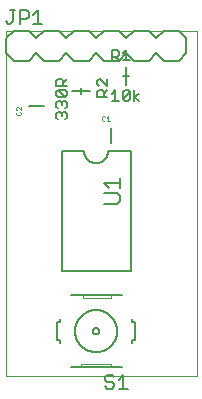
<source format=gto>
G75*
%MOIN*%
%OFA0B0*%
%FSLAX25Y25*%
%IPPOS*%
%LPD*%
%AMOC8*
5,1,8,0,0,1.08239X$1,22.5*
%
%ADD10C,0.00000*%
%ADD11C,0.00800*%
%ADD12C,0.00100*%
%ADD13C,0.00500*%
%ADD14C,0.00600*%
%ADD15C,0.00200*%
D10*
X0003300Y0007167D02*
X0003300Y0122127D01*
X0067001Y0122127D01*
X0067001Y0007167D01*
X0003300Y0007167D01*
D11*
X0038300Y0084667D02*
X0038300Y0089667D01*
X0031300Y0102167D02*
X0028300Y0102167D01*
X0028300Y0103167D01*
X0028300Y0102167D02*
X0028300Y0101167D01*
X0028300Y0102167D02*
X0025300Y0102167D01*
X0025800Y0112167D02*
X0023300Y0114667D01*
X0020800Y0112167D01*
X0015800Y0112167D01*
X0013300Y0114667D01*
X0010800Y0112167D01*
X0005800Y0112167D01*
X0003300Y0114667D01*
X0003300Y0119667D01*
X0005800Y0122167D01*
X0010800Y0122167D01*
X0013300Y0119667D01*
X0015800Y0122167D01*
X0020800Y0122167D01*
X0023300Y0119667D01*
X0025800Y0122167D01*
X0030800Y0122167D01*
X0033300Y0119667D01*
X0035800Y0122167D01*
X0040800Y0122167D01*
X0043300Y0119667D01*
X0045800Y0122167D01*
X0050800Y0122167D01*
X0053300Y0119667D01*
X0055800Y0122167D01*
X0060800Y0122167D01*
X0063300Y0119667D01*
X0063300Y0114667D01*
X0060800Y0112167D01*
X0055800Y0112167D01*
X0053300Y0114667D01*
X0050800Y0112167D01*
X0045800Y0112167D01*
X0043300Y0114667D01*
X0040800Y0112167D01*
X0035800Y0112167D01*
X0033300Y0114667D01*
X0030800Y0112167D01*
X0025800Y0112167D01*
X0015800Y0097167D02*
X0010800Y0097167D01*
X0042300Y0107167D02*
X0043300Y0107167D01*
X0044300Y0107167D01*
X0043300Y0107167D02*
X0043300Y0110167D01*
X0043300Y0107167D02*
X0043300Y0104167D01*
D12*
X0037324Y0093718D02*
X0037324Y0092217D01*
X0037824Y0092217D02*
X0036823Y0092217D01*
X0036351Y0092467D02*
X0036101Y0092217D01*
X0035600Y0092217D01*
X0035350Y0092467D01*
X0035350Y0093468D01*
X0035600Y0093718D01*
X0036101Y0093718D01*
X0036351Y0093468D01*
X0036823Y0093218D02*
X0037324Y0093718D01*
X0008250Y0094467D02*
X0008250Y0094967D01*
X0008000Y0095218D01*
X0008250Y0095690D02*
X0007249Y0096691D01*
X0006999Y0096691D01*
X0006749Y0096441D01*
X0006749Y0095940D01*
X0006999Y0095690D01*
X0006999Y0095218D02*
X0006749Y0094967D01*
X0006749Y0094467D01*
X0006999Y0094217D01*
X0008000Y0094217D01*
X0008250Y0094467D01*
X0008250Y0095690D02*
X0008250Y0096691D01*
D13*
X0007854Y0124617D02*
X0007854Y0129120D01*
X0010106Y0129120D01*
X0010856Y0128370D01*
X0010856Y0126869D01*
X0010106Y0126118D01*
X0007854Y0126118D01*
X0006253Y0129120D02*
X0004751Y0129120D01*
X0005502Y0129120D02*
X0005502Y0125367D01*
X0004751Y0124617D01*
X0004001Y0124617D01*
X0003250Y0125367D01*
X0012458Y0124617D02*
X0015460Y0124617D01*
X0013959Y0124617D02*
X0013959Y0129120D01*
X0012458Y0127619D01*
X0036046Y0071462D02*
X0041150Y0071462D01*
X0041150Y0073163D02*
X0041150Y0069760D01*
X0040299Y0068007D02*
X0036046Y0068007D01*
X0037747Y0069760D02*
X0036046Y0071462D01*
X0040299Y0068007D02*
X0041150Y0067156D01*
X0041150Y0065455D01*
X0040299Y0064604D01*
X0036046Y0064604D01*
X0037093Y0007420D02*
X0036342Y0006670D01*
X0036342Y0005919D01*
X0037093Y0005169D01*
X0038594Y0005169D01*
X0039345Y0004418D01*
X0039345Y0003667D01*
X0038594Y0002917D01*
X0037093Y0002917D01*
X0036342Y0003667D01*
X0037093Y0007420D02*
X0038594Y0007420D01*
X0039345Y0006670D01*
X0040946Y0005919D02*
X0042447Y0007420D01*
X0042447Y0002917D01*
X0040946Y0002917D02*
X0043949Y0002917D01*
D14*
X0041800Y0010167D02*
X0038300Y0010167D01*
X0028300Y0010167D01*
X0024800Y0010167D01*
X0021300Y0018167D02*
X0021300Y0019167D01*
X0020300Y0019167D01*
X0020300Y0025167D01*
X0021300Y0025167D01*
X0021300Y0026167D01*
X0024800Y0034167D02*
X0028800Y0034167D01*
X0038300Y0034167D01*
X0041800Y0034167D01*
X0044800Y0042167D02*
X0021800Y0042167D01*
X0021800Y0082167D01*
X0029300Y0082167D01*
X0029302Y0082041D01*
X0029308Y0081916D01*
X0029318Y0081791D01*
X0029332Y0081666D01*
X0029349Y0081541D01*
X0029371Y0081417D01*
X0029396Y0081294D01*
X0029426Y0081172D01*
X0029459Y0081051D01*
X0029496Y0080931D01*
X0029536Y0080812D01*
X0029581Y0080695D01*
X0029629Y0080578D01*
X0029681Y0080464D01*
X0029736Y0080351D01*
X0029795Y0080240D01*
X0029857Y0080131D01*
X0029923Y0080024D01*
X0029992Y0079919D01*
X0030064Y0079816D01*
X0030139Y0079715D01*
X0030218Y0079617D01*
X0030300Y0079522D01*
X0030384Y0079429D01*
X0030472Y0079339D01*
X0030562Y0079251D01*
X0030655Y0079167D01*
X0030750Y0079085D01*
X0030848Y0079006D01*
X0030949Y0078931D01*
X0031052Y0078859D01*
X0031157Y0078790D01*
X0031264Y0078724D01*
X0031373Y0078662D01*
X0031484Y0078603D01*
X0031597Y0078548D01*
X0031711Y0078496D01*
X0031828Y0078448D01*
X0031945Y0078403D01*
X0032064Y0078363D01*
X0032184Y0078326D01*
X0032305Y0078293D01*
X0032427Y0078263D01*
X0032550Y0078238D01*
X0032674Y0078216D01*
X0032799Y0078199D01*
X0032924Y0078185D01*
X0033049Y0078175D01*
X0033174Y0078169D01*
X0033300Y0078167D01*
X0033426Y0078169D01*
X0033551Y0078175D01*
X0033676Y0078185D01*
X0033801Y0078199D01*
X0033926Y0078216D01*
X0034050Y0078238D01*
X0034173Y0078263D01*
X0034295Y0078293D01*
X0034416Y0078326D01*
X0034536Y0078363D01*
X0034655Y0078403D01*
X0034772Y0078448D01*
X0034889Y0078496D01*
X0035003Y0078548D01*
X0035116Y0078603D01*
X0035227Y0078662D01*
X0035336Y0078724D01*
X0035443Y0078790D01*
X0035548Y0078859D01*
X0035651Y0078931D01*
X0035752Y0079006D01*
X0035850Y0079085D01*
X0035945Y0079167D01*
X0036038Y0079251D01*
X0036128Y0079339D01*
X0036216Y0079429D01*
X0036300Y0079522D01*
X0036382Y0079617D01*
X0036461Y0079715D01*
X0036536Y0079816D01*
X0036608Y0079919D01*
X0036677Y0080024D01*
X0036743Y0080131D01*
X0036805Y0080240D01*
X0036864Y0080351D01*
X0036919Y0080464D01*
X0036971Y0080578D01*
X0037019Y0080695D01*
X0037064Y0080812D01*
X0037104Y0080931D01*
X0037141Y0081051D01*
X0037174Y0081172D01*
X0037204Y0081294D01*
X0037229Y0081417D01*
X0037251Y0081541D01*
X0037268Y0081666D01*
X0037282Y0081791D01*
X0037292Y0081916D01*
X0037298Y0082041D01*
X0037300Y0082167D01*
X0044800Y0082167D01*
X0044800Y0042167D01*
X0045300Y0026167D02*
X0045300Y0025167D01*
X0046300Y0025167D01*
X0046300Y0019167D01*
X0045300Y0019167D01*
X0045300Y0018167D01*
X0032300Y0022167D02*
X0032302Y0022230D01*
X0032308Y0022292D01*
X0032318Y0022354D01*
X0032331Y0022416D01*
X0032349Y0022476D01*
X0032370Y0022535D01*
X0032395Y0022593D01*
X0032424Y0022649D01*
X0032456Y0022703D01*
X0032491Y0022755D01*
X0032529Y0022804D01*
X0032571Y0022852D01*
X0032615Y0022896D01*
X0032663Y0022938D01*
X0032712Y0022976D01*
X0032764Y0023011D01*
X0032818Y0023043D01*
X0032874Y0023072D01*
X0032932Y0023097D01*
X0032991Y0023118D01*
X0033051Y0023136D01*
X0033113Y0023149D01*
X0033175Y0023159D01*
X0033237Y0023165D01*
X0033300Y0023167D01*
X0033363Y0023165D01*
X0033425Y0023159D01*
X0033487Y0023149D01*
X0033549Y0023136D01*
X0033609Y0023118D01*
X0033668Y0023097D01*
X0033726Y0023072D01*
X0033782Y0023043D01*
X0033836Y0023011D01*
X0033888Y0022976D01*
X0033937Y0022938D01*
X0033985Y0022896D01*
X0034029Y0022852D01*
X0034071Y0022804D01*
X0034109Y0022755D01*
X0034144Y0022703D01*
X0034176Y0022649D01*
X0034205Y0022593D01*
X0034230Y0022535D01*
X0034251Y0022476D01*
X0034269Y0022416D01*
X0034282Y0022354D01*
X0034292Y0022292D01*
X0034298Y0022230D01*
X0034300Y0022167D01*
X0034298Y0022104D01*
X0034292Y0022042D01*
X0034282Y0021980D01*
X0034269Y0021918D01*
X0034251Y0021858D01*
X0034230Y0021799D01*
X0034205Y0021741D01*
X0034176Y0021685D01*
X0034144Y0021631D01*
X0034109Y0021579D01*
X0034071Y0021530D01*
X0034029Y0021482D01*
X0033985Y0021438D01*
X0033937Y0021396D01*
X0033888Y0021358D01*
X0033836Y0021323D01*
X0033782Y0021291D01*
X0033726Y0021262D01*
X0033668Y0021237D01*
X0033609Y0021216D01*
X0033549Y0021198D01*
X0033487Y0021185D01*
X0033425Y0021175D01*
X0033363Y0021169D01*
X0033300Y0021167D01*
X0033237Y0021169D01*
X0033175Y0021175D01*
X0033113Y0021185D01*
X0033051Y0021198D01*
X0032991Y0021216D01*
X0032932Y0021237D01*
X0032874Y0021262D01*
X0032818Y0021291D01*
X0032764Y0021323D01*
X0032712Y0021358D01*
X0032663Y0021396D01*
X0032615Y0021438D01*
X0032571Y0021482D01*
X0032529Y0021530D01*
X0032491Y0021579D01*
X0032456Y0021631D01*
X0032424Y0021685D01*
X0032395Y0021741D01*
X0032370Y0021799D01*
X0032349Y0021858D01*
X0032331Y0021918D01*
X0032318Y0021980D01*
X0032308Y0022042D01*
X0032302Y0022104D01*
X0032300Y0022167D01*
X0026300Y0022167D02*
X0026302Y0022339D01*
X0026308Y0022510D01*
X0026319Y0022682D01*
X0026334Y0022853D01*
X0026353Y0023024D01*
X0026376Y0023194D01*
X0026403Y0023364D01*
X0026435Y0023533D01*
X0026470Y0023701D01*
X0026510Y0023868D01*
X0026554Y0024034D01*
X0026601Y0024199D01*
X0026653Y0024363D01*
X0026709Y0024525D01*
X0026769Y0024686D01*
X0026833Y0024846D01*
X0026901Y0025004D01*
X0026972Y0025160D01*
X0027047Y0025314D01*
X0027127Y0025467D01*
X0027209Y0025617D01*
X0027296Y0025766D01*
X0027386Y0025912D01*
X0027480Y0026056D01*
X0027577Y0026198D01*
X0027678Y0026337D01*
X0027782Y0026474D01*
X0027889Y0026608D01*
X0028000Y0026739D01*
X0028113Y0026868D01*
X0028230Y0026994D01*
X0028350Y0027117D01*
X0028473Y0027237D01*
X0028599Y0027354D01*
X0028728Y0027467D01*
X0028859Y0027578D01*
X0028993Y0027685D01*
X0029130Y0027789D01*
X0029269Y0027890D01*
X0029411Y0027987D01*
X0029555Y0028081D01*
X0029701Y0028171D01*
X0029850Y0028258D01*
X0030000Y0028340D01*
X0030153Y0028420D01*
X0030307Y0028495D01*
X0030463Y0028566D01*
X0030621Y0028634D01*
X0030781Y0028698D01*
X0030942Y0028758D01*
X0031104Y0028814D01*
X0031268Y0028866D01*
X0031433Y0028913D01*
X0031599Y0028957D01*
X0031766Y0028997D01*
X0031934Y0029032D01*
X0032103Y0029064D01*
X0032273Y0029091D01*
X0032443Y0029114D01*
X0032614Y0029133D01*
X0032785Y0029148D01*
X0032957Y0029159D01*
X0033128Y0029165D01*
X0033300Y0029167D01*
X0033472Y0029165D01*
X0033643Y0029159D01*
X0033815Y0029148D01*
X0033986Y0029133D01*
X0034157Y0029114D01*
X0034327Y0029091D01*
X0034497Y0029064D01*
X0034666Y0029032D01*
X0034834Y0028997D01*
X0035001Y0028957D01*
X0035167Y0028913D01*
X0035332Y0028866D01*
X0035496Y0028814D01*
X0035658Y0028758D01*
X0035819Y0028698D01*
X0035979Y0028634D01*
X0036137Y0028566D01*
X0036293Y0028495D01*
X0036447Y0028420D01*
X0036600Y0028340D01*
X0036750Y0028258D01*
X0036899Y0028171D01*
X0037045Y0028081D01*
X0037189Y0027987D01*
X0037331Y0027890D01*
X0037470Y0027789D01*
X0037607Y0027685D01*
X0037741Y0027578D01*
X0037872Y0027467D01*
X0038001Y0027354D01*
X0038127Y0027237D01*
X0038250Y0027117D01*
X0038370Y0026994D01*
X0038487Y0026868D01*
X0038600Y0026739D01*
X0038711Y0026608D01*
X0038818Y0026474D01*
X0038922Y0026337D01*
X0039023Y0026198D01*
X0039120Y0026056D01*
X0039214Y0025912D01*
X0039304Y0025766D01*
X0039391Y0025617D01*
X0039473Y0025467D01*
X0039553Y0025314D01*
X0039628Y0025160D01*
X0039699Y0025004D01*
X0039767Y0024846D01*
X0039831Y0024686D01*
X0039891Y0024525D01*
X0039947Y0024363D01*
X0039999Y0024199D01*
X0040046Y0024034D01*
X0040090Y0023868D01*
X0040130Y0023701D01*
X0040165Y0023533D01*
X0040197Y0023364D01*
X0040224Y0023194D01*
X0040247Y0023024D01*
X0040266Y0022853D01*
X0040281Y0022682D01*
X0040292Y0022510D01*
X0040298Y0022339D01*
X0040300Y0022167D01*
X0040298Y0021995D01*
X0040292Y0021824D01*
X0040281Y0021652D01*
X0040266Y0021481D01*
X0040247Y0021310D01*
X0040224Y0021140D01*
X0040197Y0020970D01*
X0040165Y0020801D01*
X0040130Y0020633D01*
X0040090Y0020466D01*
X0040046Y0020300D01*
X0039999Y0020135D01*
X0039947Y0019971D01*
X0039891Y0019809D01*
X0039831Y0019648D01*
X0039767Y0019488D01*
X0039699Y0019330D01*
X0039628Y0019174D01*
X0039553Y0019020D01*
X0039473Y0018867D01*
X0039391Y0018717D01*
X0039304Y0018568D01*
X0039214Y0018422D01*
X0039120Y0018278D01*
X0039023Y0018136D01*
X0038922Y0017997D01*
X0038818Y0017860D01*
X0038711Y0017726D01*
X0038600Y0017595D01*
X0038487Y0017466D01*
X0038370Y0017340D01*
X0038250Y0017217D01*
X0038127Y0017097D01*
X0038001Y0016980D01*
X0037872Y0016867D01*
X0037741Y0016756D01*
X0037607Y0016649D01*
X0037470Y0016545D01*
X0037331Y0016444D01*
X0037189Y0016347D01*
X0037045Y0016253D01*
X0036899Y0016163D01*
X0036750Y0016076D01*
X0036600Y0015994D01*
X0036447Y0015914D01*
X0036293Y0015839D01*
X0036137Y0015768D01*
X0035979Y0015700D01*
X0035819Y0015636D01*
X0035658Y0015576D01*
X0035496Y0015520D01*
X0035332Y0015468D01*
X0035167Y0015421D01*
X0035001Y0015377D01*
X0034834Y0015337D01*
X0034666Y0015302D01*
X0034497Y0015270D01*
X0034327Y0015243D01*
X0034157Y0015220D01*
X0033986Y0015201D01*
X0033815Y0015186D01*
X0033643Y0015175D01*
X0033472Y0015169D01*
X0033300Y0015167D01*
X0033128Y0015169D01*
X0032957Y0015175D01*
X0032785Y0015186D01*
X0032614Y0015201D01*
X0032443Y0015220D01*
X0032273Y0015243D01*
X0032103Y0015270D01*
X0031934Y0015302D01*
X0031766Y0015337D01*
X0031599Y0015377D01*
X0031433Y0015421D01*
X0031268Y0015468D01*
X0031104Y0015520D01*
X0030942Y0015576D01*
X0030781Y0015636D01*
X0030621Y0015700D01*
X0030463Y0015768D01*
X0030307Y0015839D01*
X0030153Y0015914D01*
X0030000Y0015994D01*
X0029850Y0016076D01*
X0029701Y0016163D01*
X0029555Y0016253D01*
X0029411Y0016347D01*
X0029269Y0016444D01*
X0029130Y0016545D01*
X0028993Y0016649D01*
X0028859Y0016756D01*
X0028728Y0016867D01*
X0028599Y0016980D01*
X0028473Y0017097D01*
X0028350Y0017217D01*
X0028230Y0017340D01*
X0028113Y0017466D01*
X0028000Y0017595D01*
X0027889Y0017726D01*
X0027782Y0017860D01*
X0027678Y0017997D01*
X0027577Y0018136D01*
X0027480Y0018278D01*
X0027386Y0018422D01*
X0027296Y0018568D01*
X0027209Y0018717D01*
X0027127Y0018867D01*
X0027047Y0019020D01*
X0026972Y0019174D01*
X0026901Y0019330D01*
X0026833Y0019488D01*
X0026769Y0019648D01*
X0026709Y0019809D01*
X0026653Y0019971D01*
X0026601Y0020135D01*
X0026554Y0020300D01*
X0026510Y0020466D01*
X0026470Y0020633D01*
X0026435Y0020801D01*
X0026403Y0020970D01*
X0026376Y0021140D01*
X0026353Y0021310D01*
X0026334Y0021481D01*
X0026319Y0021652D01*
X0026308Y0021824D01*
X0026302Y0021995D01*
X0026300Y0022167D01*
X0022933Y0092734D02*
X0023500Y0093301D01*
X0023500Y0094436D01*
X0022933Y0095003D01*
X0022366Y0095003D01*
X0021799Y0094436D01*
X0021799Y0093868D01*
X0021799Y0094436D02*
X0021231Y0095003D01*
X0020664Y0095003D01*
X0020097Y0094436D01*
X0020097Y0093301D01*
X0020664Y0092734D01*
X0020664Y0096417D02*
X0020097Y0096984D01*
X0020097Y0098119D01*
X0020664Y0098686D01*
X0021231Y0098686D01*
X0021799Y0098119D01*
X0022366Y0098686D01*
X0022933Y0098686D01*
X0023500Y0098119D01*
X0023500Y0096984D01*
X0022933Y0096417D01*
X0021799Y0097552D02*
X0021799Y0098119D01*
X0022933Y0100100D02*
X0020664Y0102369D01*
X0022933Y0102369D01*
X0023500Y0101802D01*
X0023500Y0100668D01*
X0022933Y0100100D01*
X0020664Y0100100D01*
X0020097Y0100668D01*
X0020097Y0101802D01*
X0020664Y0102369D01*
X0020097Y0103784D02*
X0020097Y0105485D01*
X0020664Y0106052D01*
X0021799Y0106052D01*
X0022366Y0105485D01*
X0022366Y0103784D01*
X0022366Y0104918D02*
X0023500Y0106052D01*
X0023500Y0103784D02*
X0020097Y0103784D01*
X0033597Y0104351D02*
X0034164Y0103784D01*
X0033597Y0104351D02*
X0033597Y0105485D01*
X0034164Y0106052D01*
X0034731Y0106052D01*
X0037000Y0103784D01*
X0037000Y0106052D01*
X0037000Y0102369D02*
X0035866Y0101235D01*
X0035866Y0101802D02*
X0035299Y0102369D01*
X0034164Y0102369D01*
X0033597Y0101802D01*
X0033597Y0100100D01*
X0037000Y0100100D01*
X0035866Y0100100D02*
X0035866Y0101802D01*
X0038600Y0101235D02*
X0039734Y0102370D01*
X0039734Y0098967D01*
X0038600Y0098967D02*
X0040869Y0098967D01*
X0042283Y0099534D02*
X0044552Y0101802D01*
X0044552Y0099534D01*
X0043985Y0098967D01*
X0042850Y0098967D01*
X0042283Y0099534D01*
X0042283Y0101802D01*
X0042850Y0102370D01*
X0043985Y0102370D01*
X0044552Y0101802D01*
X0045966Y0102370D02*
X0045966Y0098967D01*
X0045966Y0100101D02*
X0047668Y0101235D01*
X0045966Y0100101D02*
X0047668Y0098967D01*
X0044552Y0112467D02*
X0042283Y0112467D01*
X0043417Y0112467D02*
X0043417Y0115870D01*
X0042283Y0114735D01*
X0040869Y0114168D02*
X0040301Y0113601D01*
X0038600Y0113601D01*
X0038600Y0112467D02*
X0038600Y0115870D01*
X0040301Y0115870D01*
X0040869Y0115302D01*
X0040869Y0114168D01*
X0039734Y0113601D02*
X0040869Y0112467D01*
D15*
X0038300Y0034167D02*
X0038300Y0033167D01*
X0028800Y0033167D01*
X0028800Y0034167D01*
X0028300Y0011167D02*
X0028300Y0010167D01*
X0028300Y0011167D02*
X0038300Y0011167D01*
X0038300Y0010167D01*
M02*

</source>
